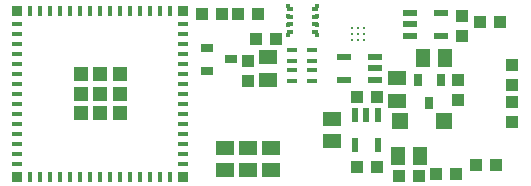
<source format=gbr>
G04 EAGLE Gerber RS-274X export*
G75*
%MOMM*%
%FSLAX34Y34*%
%LPD*%
%INSolderpaste Top*%
%IPPOS*%
%AMOC8*
5,1,8,0,0,1.08239X$1,22.5*%
G01*
%ADD10R,1.500000X1.240000*%
%ADD11R,0.550000X1.200000*%
%ADD12R,1.400000X1.400000*%
%ADD13R,1.200000X0.550000*%
%ADD14R,1.075000X1.000000*%
%ADD15R,1.240000X1.500000*%
%ADD16R,0.635000X1.016000*%
%ADD17R,1.000000X1.075000*%
%ADD18R,0.406400X0.812800*%
%ADD19R,0.812800X0.406400*%
%ADD20R,0.812800X0.812800*%
%ADD21R,1.193800X1.193800*%
%ADD22C,0.275000*%
%ADD23R,0.500000X0.350000*%
%ADD24R,1.016000X0.635000*%
%ADD25R,0.900000X0.450000*%
%ADD26R,0.400000X0.400000*%


D10*
X376028Y108660D03*
X376028Y127660D03*
X250167Y49647D03*
X250167Y68647D03*
D11*
X359512Y96821D03*
X350012Y96821D03*
X340512Y96821D03*
X340512Y70819D03*
X359512Y70819D03*
D12*
X378502Y90932D03*
X415502Y90932D03*
D13*
X387049Y182728D03*
X387049Y173228D03*
X387049Y163728D03*
X413051Y163728D03*
X413051Y182728D03*
D14*
X459858Y54102D03*
X442858Y54102D03*
D15*
X397662Y144780D03*
X416662Y144780D03*
D14*
X446160Y175260D03*
X463160Y175260D03*
D10*
X269113Y49555D03*
X269113Y68555D03*
D14*
X342020Y111633D03*
X359020Y111633D03*
D15*
X376580Y61468D03*
X395580Y61468D03*
D16*
X403352Y106332D03*
X393852Y126332D03*
X412852Y126332D03*
D17*
X427228Y125848D03*
X427228Y108848D03*
D14*
X408822Y46228D03*
X425822Y46228D03*
D17*
X431038Y162950D03*
X431038Y179950D03*
X473710Y107306D03*
X473710Y90306D03*
X473710Y121675D03*
X473710Y138675D03*
D18*
X65151Y44300D03*
X65151Y184300D03*
X73651Y44300D03*
X73651Y184300D03*
X82151Y44300D03*
X82151Y184300D03*
X90651Y44300D03*
X90651Y184300D03*
X99151Y44300D03*
X99151Y184300D03*
X107651Y44300D03*
X107651Y184300D03*
X116151Y44300D03*
X116151Y184300D03*
X124651Y44300D03*
X124651Y184300D03*
X133151Y44300D03*
X133151Y184300D03*
X141651Y44300D03*
X141651Y184300D03*
X150151Y44300D03*
X150151Y184300D03*
X158651Y44300D03*
X158651Y184300D03*
X167151Y44300D03*
X167151Y184300D03*
X175651Y44300D03*
X175651Y184300D03*
X184151Y44300D03*
X184151Y184300D03*
D19*
X194651Y54800D03*
X194651Y63300D03*
X194651Y71800D03*
X194651Y80300D03*
X194651Y88800D03*
X194651Y97300D03*
X194651Y105800D03*
X194651Y114300D03*
X194651Y122800D03*
X194651Y131300D03*
X194651Y139800D03*
X194651Y148300D03*
X194651Y156800D03*
X194651Y165300D03*
X194651Y173800D03*
X54651Y54800D03*
X54651Y63300D03*
X54651Y71800D03*
X54651Y80300D03*
X54651Y88800D03*
X54651Y97300D03*
X54651Y105800D03*
X54651Y114300D03*
X54651Y122800D03*
X54651Y131300D03*
X54651Y139800D03*
X54651Y148300D03*
X54651Y156800D03*
X54651Y165300D03*
X54651Y173800D03*
D20*
X54651Y44300D03*
X54651Y184300D03*
D21*
X108151Y114300D03*
D20*
X194651Y44300D03*
X194651Y184300D03*
D21*
X124651Y114300D03*
X141151Y114300D03*
X108151Y97800D03*
X124651Y97800D03*
X141151Y97800D03*
X108151Y130800D03*
X124651Y130800D03*
X141151Y130800D03*
D22*
X337900Y170100D03*
X337900Y165100D03*
X337900Y160100D03*
X342900Y170100D03*
X342900Y165100D03*
X342900Y160100D03*
X347900Y170100D03*
X347900Y165100D03*
X347900Y160100D03*
D14*
X394580Y45085D03*
X377580Y45085D03*
X210575Y182245D03*
X227575Y182245D03*
X241690Y182245D03*
X258690Y182245D03*
D10*
X230505Y49555D03*
X230505Y68555D03*
X321310Y74320D03*
X321310Y93320D03*
D14*
X359020Y52070D03*
X342020Y52070D03*
D23*
X306160Y186280D03*
X306160Y179780D03*
X306160Y173280D03*
X306160Y166780D03*
X285660Y166780D03*
X285660Y173280D03*
X285660Y179780D03*
X285660Y186280D03*
D24*
X235425Y143510D03*
X215425Y134010D03*
X215425Y153010D03*
D17*
X249555Y125485D03*
X249555Y142485D03*
D14*
X273930Y160655D03*
X256930Y160655D03*
D10*
X266700Y126390D03*
X266700Y145390D03*
D13*
X357171Y126390D03*
X357171Y135890D03*
X357171Y145390D03*
X331169Y145390D03*
X331169Y126390D03*
D25*
X304410Y151430D03*
X287410Y151430D03*
X304410Y142430D03*
X304410Y134430D03*
X304410Y125430D03*
X287410Y125430D03*
X287410Y142430D03*
X287410Y134430D03*
D26*
X307910Y188530D03*
X307910Y180530D03*
X307910Y172530D03*
X307910Y164530D03*
X283910Y164530D03*
X283910Y172530D03*
X283910Y180530D03*
X283910Y188530D03*
M02*

</source>
